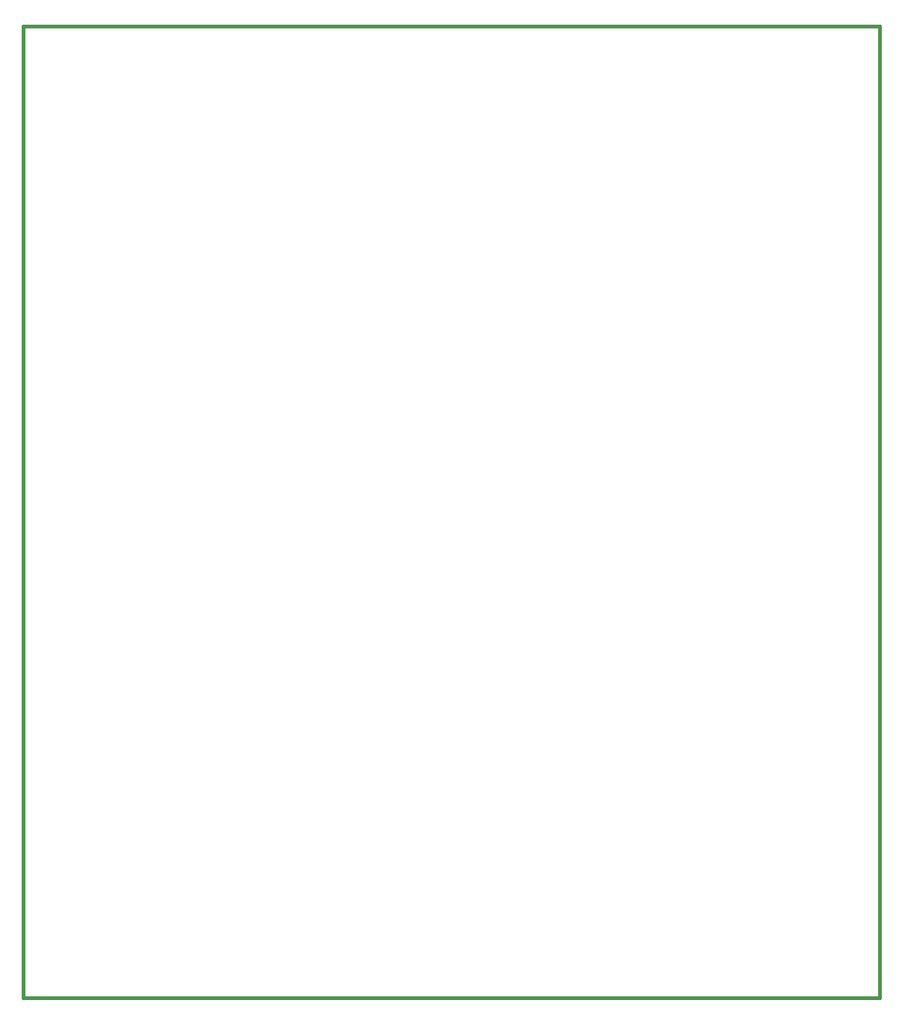
<source format=gbo>
G04 (created by PCBNEW-RS274X (2012-apr-16-27)-stable) date Mon 09 Dec 2013 22:44:26 GMT*
G01*
G70*
G90*
%MOIN*%
G04 Gerber Fmt 3.4, Leading zero omitted, Abs format*
%FSLAX34Y34*%
G04 APERTURE LIST*
%ADD10C,0.006000*%
%ADD11C,0.015000*%
G04 APERTURE END LIST*
G54D10*
G54D11*
X60827Y-05906D02*
X22638Y-05906D01*
X60827Y-49213D02*
X60827Y-05906D01*
X22638Y-49213D02*
X60827Y-49213D01*
X22638Y-05906D02*
X22638Y-49213D01*
M02*

</source>
